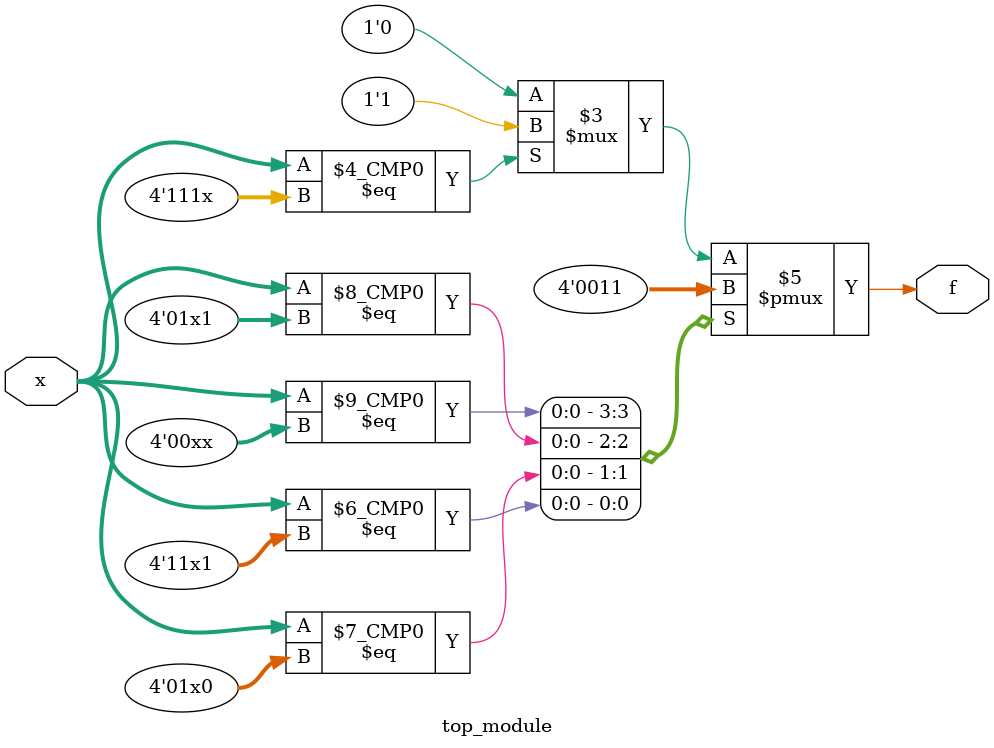
<source format=sv>
module top_module (
    input [4:1] x,
    output logic f
);

always_comb begin
    case (x)
        4'b00xx: f = 0;
        4'b01x1: f = 0;
        4'b01x0: f = 1;
        4'b11x1: f = 1;
        4'b111x: f = 1;
        default: f = 0;
    endcase
end

endmodule

</source>
